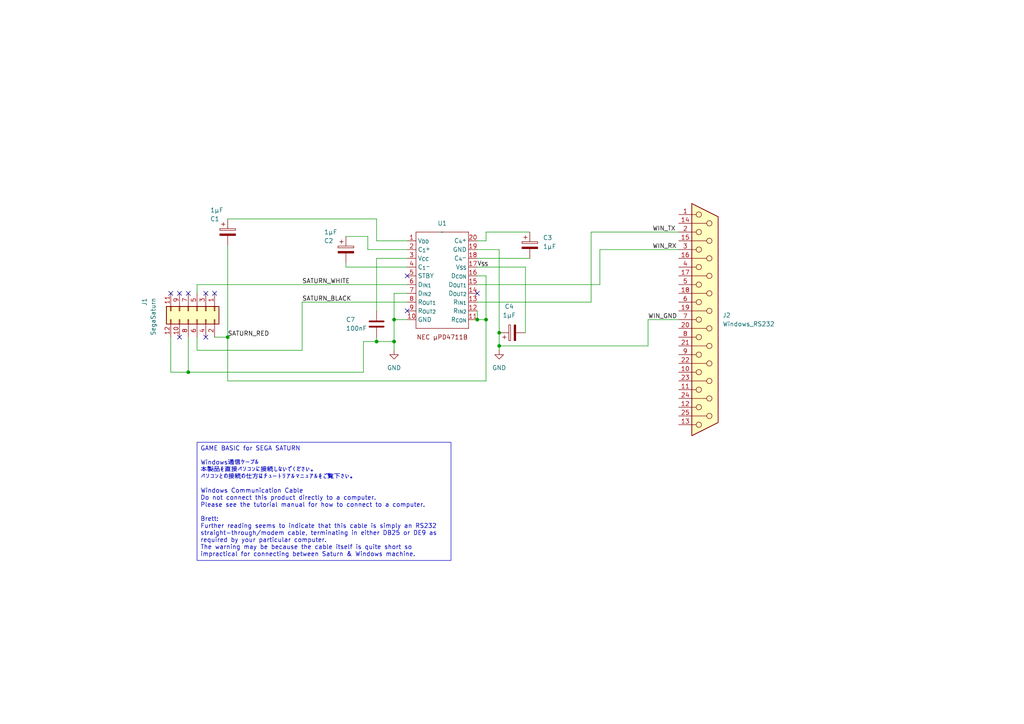
<source format=kicad_sch>
(kicad_sch (version 20250114) (generator "eeschema") (generator_version "9.0")
  (paper "A4")
  (title_block (title "Windows Communication Cable") (date "2023-10-01") (company "ASCII Corp.") (comment 3 "youtube.com/@brfff") (comment 4 "Drawn by Brett Hallen, Oct 2023"))
  (lib_symbols
    (symbol "Connector:DB25_Receptacle" (pin_names (offset 1.016) (hide yes))
      (property "Reference" "J" (at 0 34.29 0))
      (property "Value" "DB25_Receptacle" (at 0 -34.925 0))
      (symbol "DB25_Receptacle_0_1"
        (polyline (pts (xy -3.81 33.655) (xy 3.81 29.845) (xy 3.81 -29.845) (xy -3.81 -33.655) (xy -3.81 33.655)) (stroke (width 0.254)) (fill (type background)))
        (polyline (pts (xy -3.81 30.48) (xy -2.54 30.48)))
        (polyline (pts (xy -3.81 27.94) (xy 0.508 27.94)))
        (polyline (pts (xy -3.81 25.4) (xy -2.54 25.4)))
        (polyline (pts (xy -3.81 22.86) (xy 0.508 22.86)))
        (polyline (pts (xy -3.81 20.32) (xy -2.54 20.32)))
        (polyline (pts (xy -3.81 17.78) (xy 0.508 17.78)))
        (polyline (pts (xy -3.81 15.24) (xy -2.54 15.24)))
        (polyline (pts (xy -3.81 12.7) (xy 0.508 12.7)))
        (polyline (pts (xy -3.81 10.16) (xy -2.54 10.16)))
        (polyline (pts (xy -3.81 7.62) (xy 0.508 7.62)))
        (polyline (pts (xy -3.81 5.08) (xy -2.54 5.08)))
        (polyline (pts (xy -3.81 2.54) (xy 0.508 2.54)))
        (polyline (pts (xy -3.81 0) (xy -2.54 0)))
        (polyline (pts (xy -3.81 -2.54) (xy 0.508 -2.54)))
        (polyline (pts (xy -3.81 -5.08) (xy -2.54 -5.08)))
        (polyline (pts (xy -3.81 -7.62) (xy 0.508 -7.62)))
        (polyline (pts (xy -3.81 -10.16) (xy -2.54 -10.16)))
        (polyline (pts (xy -3.81 -12.7) (xy 0.508 -12.7)))
        (polyline (pts (xy -3.81 -15.24) (xy -2.54 -15.24)))
        (polyline (pts (xy -3.81 -17.78) (xy 0.508 -17.78)))
        (polyline (pts (xy -3.81 -20.32) (xy -2.54 -20.32)))
        (polyline (pts (xy -3.81 -22.86) (xy 0.508 -22.86)))
        (polyline (pts (xy -3.81 -25.4) (xy -2.54 -25.4)))
        (polyline (pts (xy -3.81 -27.94) (xy 0.508 -27.94)))
        (polyline (pts (xy -3.81 -30.48) (xy -2.54 -30.48)))
        (circle (center -1.778 30.48) (radius 0.762))
        (circle (center -1.778 25.4) (radius 0.762))
        (circle (center -1.778 20.32) (radius 0.762))
        (circle (center -1.778 15.24) (radius 0.762))
        (circle (center -1.778 10.16) (radius 0.762))
        (circle (center -1.778 5.08) (radius 0.762))
        (circle (center -1.778 0) (radius 0.762))
        (circle (center -1.778 -5.08) (radius 0.762))
        (circle (center -1.778 -10.16) (radius 0.762))
        (circle (center -1.778 -15.24) (radius 0.762))
        (circle (center -1.778 -20.32) (radius 0.762))
        (circle (center -1.778 -25.4) (radius 0.762))
        (circle (center -1.778 -30.48) (radius 0.762))
        (circle (center 1.27 27.94) (radius 0.762))
        (circle (center 1.27 22.86) (radius 0.762))
        (circle (center 1.27 17.78) (radius 0.762))
        (circle (center 1.27 12.7) (radius 0.762))
        (circle (center 1.27 7.62) (radius 0.762))
        (circle (center 1.27 2.54) (radius 0.762))
        (circle (center 1.27 -2.54) (radius 0.762))
        (circle (center 1.27 -7.62) (radius 0.762))
        (circle (center 1.27 -12.7) (radius 0.762))
        (circle (center 1.27 -17.78) (radius 0.762))
        (circle (center 1.27 -22.86) (radius 0.762))
        (circle (center 1.27 -27.94) (radius 0.762))
      )
      (symbol "DB25_Receptacle_1_1"
        (pin passive line (at -7.62 30.48 0) (length 3.81) (name "1") (number "1"))
        (pin passive line (at -7.62 27.94 0) (length 3.81) (name "P14") (number "14"))
        (pin passive line (at -7.62 25.4 0) (length 3.81) (name "2") (number "2"))
        (pin passive line (at -7.62 22.86 0) (length 3.81) (name "P15") (number "15"))
        (pin passive line (at -7.62 20.32 0) (length 3.81) (name "3") (number "3"))
        (pin passive line (at -7.62 17.78 0) (length 3.81) (name "P16") (number "16"))
        (pin passive line (at -7.62 15.24 0) (length 3.81) (name "4") (number "4"))
        (pin passive line (at -7.62 12.7 0) (length 3.81) (name "P17") (number "17"))
        (pin passive line (at -7.62 10.16 0) (length 3.81) (name "5") (number "5"))
        (pin passive line (at -7.62 7.62 0) (length 3.81) (name "P18") (number "18"))
        (pin passive line (at -7.62 5.08 0) (length 3.81) (name "6") (number "6"))
        (pin passive line (at -7.62 2.54 0) (length 3.81) (name "P19") (number "19"))
        (pin passive line (at -7.62 0 0) (length 3.81) (name "7") (number "7"))
        (pin passive line (at -7.62 -2.54 0) (length 3.81) (name "P20") (number "20"))
        (pin passive line (at -7.62 -5.08 0) (length 3.81) (name "8") (number "8"))
        (pin passive line (at -7.62 -7.62 0) (length 3.81) (name "P21") (number "21"))
        (pin passive line (at -7.62 -10.16 0) (length 3.81) (name "9") (number "9"))
        (pin passive line (at -7.62 -12.7 0) (length 3.81) (name "P22") (number "22"))
        (pin passive line (at -7.62 -15.24 0) (length 3.81) (name "10") (number "10"))
        (pin passive line (at -7.62 -17.78 0) (length 3.81) (name "P23") (number "23"))
        (pin passive line (at -7.62 -20.32 0) (length 3.81) (name "11") (number "11"))
        (pin passive line (at -7.62 -22.86 0) (length 3.81) (name "P24") (number "24"))
        (pin passive line (at -7.62 -25.4 0) (length 3.81) (name "12") (number "12"))
        (pin passive line (at -7.62 -27.94 0) (length 3.81) (name "P25") (number "25"))
        (pin passive line (at -7.62 -30.48 0) (length 3.81) (name "13") (number "13"))
      )
    )
    (symbol "Connector_Generic:Conn_02x06_Odd_Even" (pin_names (offset 1.016) (hide yes))
      (property "Reference" "J" (at 1.27 7.62 0))
      (property "Value" "Conn_02x06_Odd_Even" (at 1.27 -10.16 0))
      (symbol "Conn_02x06_Odd_Even_1_1"
        (rectangle (start -1.27 6.35) (end 3.81 -8.89) (stroke (width 0.254)) (fill (type background)))
        (rectangle (start -1.27 5.207) (end 0 4.953) (stroke (width 0.1524)))
        (rectangle (start -1.27 2.667) (end 0 2.413) (stroke (width 0.1524)))
        (rectangle (start -1.27 0.127) (end 0 -0.127) (stroke (width 0.1524)))
        (rectangle (start -1.27 -2.413) (end 0 -2.667) (stroke (width 0.1524)))
        (rectangle (start -1.27 -4.953) (end 0 -5.207) (stroke (width 0.1524)))
        (rectangle (start -1.27 -7.493) (end 0 -7.747) (stroke (width 0.1524)))
        (rectangle (start 3.81 5.207) (end 2.54 4.953) (stroke (width 0.1524)))
        (rectangle (start 3.81 2.667) (end 2.54 2.413) (stroke (width 0.1524)))
        (rectangle (start 3.81 0.127) (end 2.54 -0.127) (stroke (width 0.1524)))
        (rectangle (start 3.81 -2.413) (end 2.54 -2.667) (stroke (width 0.1524)))
        (rectangle (start 3.81 -4.953) (end 2.54 -5.207) (stroke (width 0.1524)))
        (rectangle (start 3.81 -7.493) (end 2.54 -7.747) (stroke (width 0.1524)))
        (pin passive line (at -5.08 5.08 0) (length 3.81) (name "Pin_1") (number "1"))
        (pin passive line (at -5.08 2.54 0) (length 3.81) (name "Pin_3") (number "3"))
        (pin passive line (at -5.08 0 0) (length 3.81) (name "Pin_5") (number "5"))
        (pin passive line (at -5.08 -2.54 0) (length 3.81) (name "Pin_7") (number "7"))
        (pin passive line (at -5.08 -5.08 0) (length 3.81) (name "Pin_9") (number "9"))
        (pin passive line (at -5.08 -7.62 0) (length 3.81) (name "Pin_11") (number "11"))
        (pin passive line (at 7.62 5.08 180) (length 3.81) (name "Pin_2") (number "2"))
        (pin passive line (at 7.62 2.54 180) (length 3.81) (name "Pin_4") (number "4"))
        (pin passive line (at 7.62 0 180) (length 3.81) (name "Pin_6") (number "6"))
        (pin passive line (at 7.62 -2.54 180) (length 3.81) (name "Pin_8") (number "8"))
        (pin passive line (at 7.62 -5.08 180) (length 3.81) (name "Pin_10") (number "10"))
        (pin passive line (at 7.62 -7.62 180) (length 3.81) (name "Pin_12") (number "12"))
      )
    )
    (symbol "Device:C" (pin_numbers (hide yes)) (pin_names (offset 0.254))
      (property "Reference" "C" (at 0.635 2.54 0))
      (property "Value" "C" (at 0.635 -2.54 0))
      (symbol "C_0_1"
        (polyline (pts (xy -2.032 0.762) (xy 2.032 0.762)) (stroke (width 0.508)))
        (polyline (pts (xy -2.032 -0.762) (xy 2.032 -0.762)) (stroke (width 0.508)))
      )
      (symbol "C_1_1"
        (pin passive line (at 0 3.81 270) (length 2.794) (name "~") (number "1"))
        (pin passive line (at 0 -3.81 90) (length 2.794) (name "~") (number "2"))
      )
    )
    (symbol "Device:C_Polarized" (pin_numbers (hide yes)) (pin_names (offset 0.254))
      (property "Reference" "C" (at 0.635 2.54 0))
      (property "Value" "C_Polarized" (at 0.635 -2.54 0))
      (symbol "C_Polarized_0_1"
        (rectangle (start -2.286 0.508) (end 2.286 1.016))
        (polyline (pts (xy -1.778 2.286) (xy -0.762 2.286)))
        (polyline (pts (xy -1.27 2.794) (xy -1.27 1.778)))
        (rectangle (start 2.286 -0.508) (end -2.286 -1.016) (fill (type outline)))
      )
      (symbol "C_Polarized_1_1"
        (pin passive line (at 0 3.81 270) (length 2.794) (name "~") (number "1"))
        (pin passive line (at 0 -3.81 90) (length 2.794) (name "~") (number "2"))
      )
    )
    (symbol "cluelessengineer:D4711BG"
      (property "Reference" "U" (at 0 15.24 0))
      (symbol "D4711BG_0_1"
        (rectangle (start -7.62 12.7) (end -7.62 -15.24))
        (rectangle (start -7.62 12.7) (end 7.62 12.7))
        (rectangle (start -7.62 -15.24) (end 7.62 -15.24))
        (rectangle (start 7.62 12.7) (end 7.62 12.7))
        (rectangle (start 7.62 12.7) (end 7.62 -15.24))
        (rectangle (start 7.62 -15.24) (end 7.62 -15.24))
      )
      (symbol "D4711BG_1_1"
        (text "NEC μPD4711B" (at 0 -17.78 0) (effects (font (size 1.27 1.27))))
        (pin power_out line (at -10.16 10.16 0) (length 2.54) (name "V_{DD}") (number "1"))
        (pin input line (at -10.16 7.62 0) (length 2.54) (name "C_{1}^{+}") (number "2"))
        (pin power_in line (at -10.16 5.08 0) (length 2.54) (name "V_{CC}") (number "3"))
        (pin input line (at -10.16 2.54 0) (length 2.54) (name "C_{1}^{-}") (number "4"))
        (pin input line (at -10.16 0 0) (length 2.54) (name "STBY") (number "5"))
        (pin input line (at -10.16 -2.54 0) (length 2.54) (name "D_{IN1}") (number "6"))
        (pin input line (at -10.16 -5.08 0) (length 2.54) (name "D_{IN2}") (number "7"))
        (pin output line (at -10.16 -7.62 0) (length 2.54) (name "R_{OUT1}") (number "8"))
        (pin output line (at -10.16 -10.16 0) (length 2.54) (name "R_{OUT2}") (number "9"))
        (pin power_in line (at -10.16 -12.7 0) (length 2.54) (name "GND") (number "10"))
        (pin input line (at 10.16 10.16 180) (length 2.54) (name "C_{4}^{+}") (number "20"))
        (pin power_in line (at 10.16 7.62 180) (length 2.54) (name "GND") (number "19"))
        (pin input line (at 10.16 5.08 180) (length 2.54) (name "C_{4}^{-}") (number "18"))
        (pin power_out line (at 10.16 2.54 180) (length 2.54) (name "V_{SS}") (number "17"))
        (pin input line (at 10.16 0 180) (length 2.54) (name "D_{CON}") (number "16"))
        (pin output line (at 10.16 -2.54 180) (length 2.54) (name "D_{OUT1}") (number "15"))
        (pin output line (at 10.16 -5.08 180) (length 2.54) (name "D_{OUT2}") (number "14"))
        (pin input line (at 10.16 -7.62 180) (length 2.54) (name "R_{IN1}") (number "13"))
        (pin input line (at 10.16 -10.16 180) (length 2.54) (name "R_{IN2}") (number "12"))
        (pin input line (at 10.16 -12.7 180) (length 2.54) (name "R_{CON}") (number "11"))
      )
    )
    (symbol "power:GND" (power) (pin_names (offset 0))
      (property "Value" "GND" (at 0 -3.81 0))
      (symbol "GND_0_1"
        (polyline (pts (xy 0 0) (xy 0 -1.27) (xy 1.27 -1.27) (xy 0 -2.54) (xy -1.27 -1.27) (xy 0 -1.27)))
      )
      (symbol "GND_1_1"
        (pin power_in line (at 0 0 270) (length 0) (hide yes) (name "GND") (number "1"))
      )
    )
  )
  (text_box "GAME BASIC for SEGA SATURN\n\nWindows通信ケーブル\n本製品を直接パソコンに接続しないでください。\nパソコンとの接続の仕方はチュートリアルマニュアルをご覧下さい。\n\nWindows Communication Cable\nDo not connect this product directly to a computer.\nPlease see the tutorial manual for how to connect to a computer.\n\nBrett: \nFurther reading seems to indicate that this cable is simply an RS232 straight-through/modem cable, terminating in either DB25 or DE9 as required by your particular computer.\nThe warning may be because the cable itself is quite short so impractical for connecting between Saturn & Windows machine." (at 57.15 128.27 0) (size 73.66 34.29) (margins 0.9525 0.9525 0.9525 0.9525) (effects (font (size 1.27 1.27)) (justify left top)))
  (junction (at 144.78 96.52))
  (junction (at 54.61 107.95))
  (junction (at 114.3 92.71))
  (junction (at 138.43 92.71))
  (junction (at 109.22 99.06))
  (junction (at 66.04 97.79))
  (junction (at 140.97 92.71))
  (junction (at 144.78 100.33))
  (junction (at 114.3 99.06))
  (no_connect (at 118.11 90.17))
  (no_connect (at 62.23 85.09))
  (no_connect (at 138.43 85.09))
  (no_connect (at 59.69 85.09))
  (no_connect (at 49.53 85.09))
  (no_connect (at 54.61 85.09))
  (no_connect (at 52.07 85.09))
  (no_connect (at 118.11 80.01))
  (no_connect (at 59.69 97.79))
  (no_connect (at 52.07 97.79))
  (wire (pts (xy 171.45 87.63) (xy 138.43 87.63)))
  (wire (pts (xy 109.22 74.93) (xy 118.11 74.93)))
  (wire (pts (xy 57.15 101.6) (xy 87.63 101.6)))
  (wire (pts (xy 109.22 63.5) (xy 66.04 63.5)))
  (wire (pts (xy 138.43 92.71) (xy 140.97 92.71)))
  (wire (pts (xy 66.04 110.49) (xy 66.04 97.79)))
  (wire (pts (xy 140.97 80.01) (xy 140.97 92.71)))
  (wire (pts (xy 49.53 97.79) (xy 49.53 107.95)))
  (wire (pts (xy 140.97 92.71) (xy 140.97 110.49)))
  (wire (pts (xy 138.43 82.55) (xy 173.99 82.55)))
  (wire (pts (xy 138.43 80.01) (xy 140.97 80.01)))
  (wire (pts (xy 57.15 97.79) (xy 57.15 101.6)))
  (wire (pts (xy 118.11 85.09) (xy 114.3 85.09)))
  (wire (pts (xy 144.78 100.33) (xy 144.78 101.6)))
  (wire (pts (xy 144.78 72.39) (xy 144.78 96.52)))
  (wire (pts (xy 100.33 77.47) (xy 100.33 76.2)))
  (wire (pts (xy 109.22 97.79) (xy 109.22 99.06)))
  (wire (pts (xy 114.3 92.71) (xy 118.11 92.71)))
  (wire (pts (xy 118.11 77.47) (xy 100.33 77.47)))
  (wire (pts (xy 57.15 82.55) (xy 118.11 82.55)))
  (wire (pts (xy 144.78 100.33) (xy 187.96 100.33)))
  (wire (pts (xy 171.45 67.31) (xy 171.45 87.63)))
  (wire (pts (xy 57.15 85.09) (xy 57.15 82.55)))
  (wire (pts (xy 66.04 97.79) (xy 66.04 71.12)))
  (wire (pts (xy 105.41 99.06) (xy 109.22 99.06)))
  (wire (pts (xy 138.43 74.93) (xy 153.67 74.93)))
  (wire (pts (xy 114.3 92.71) (xy 114.3 99.06)))
  (wire (pts (xy 140.97 67.31) (xy 153.67 67.31)))
  (wire (pts (xy 118.11 72.39) (xy 106.68 72.39)))
  (wire (pts (xy 54.61 97.79) (xy 54.61 107.95)))
  (wire (pts (xy 109.22 74.93) (xy 109.22 90.17)))
  (wire (pts (xy 140.97 67.31) (xy 140.97 69.85)))
  (wire (pts (xy 152.4 77.47) (xy 152.4 96.52)))
  (wire (pts (xy 187.96 92.71) (xy 196.85 92.71)))
  (wire (pts (xy 118.11 69.85) (xy 109.22 69.85)))
  (wire (pts (xy 138.43 69.85) (xy 140.97 69.85)))
  (wire (pts (xy 109.22 99.06) (xy 114.3 99.06)))
  (wire (pts (xy 144.78 72.39) (xy 138.43 72.39)))
  (wire (pts (xy 144.78 96.52) (xy 144.78 100.33)))
  (wire (pts (xy 106.68 68.58) (xy 100.33 68.58)))
  (wire (pts (xy 196.85 67.31) (xy 171.45 67.31)))
  (wire (pts (xy 105.41 107.95) (xy 105.41 99.06)))
  (wire (pts (xy 114.3 99.06) (xy 114.3 101.6)))
  (wire (pts (xy 196.85 72.39) (xy 173.99 72.39)))
  (wire (pts (xy 106.68 72.39) (xy 106.68 68.58)))
  (wire (pts (xy 138.43 90.17) (xy 138.43 92.71)))
  (wire (pts (xy 62.23 97.79) (xy 66.04 97.79)))
  (wire (pts (xy 152.4 77.47) (xy 138.43 77.47)))
  (wire (pts (xy 140.97 110.49) (xy 66.04 110.49)))
  (wire (pts (xy 109.22 69.85) (xy 109.22 63.5)))
  (wire (pts (xy 173.99 72.39) (xy 173.99 82.55)))
  (wire (pts (xy 54.61 107.95) (xy 105.41 107.95)))
  (wire (pts (xy 114.3 85.09) (xy 114.3 92.71)))
  (wire (pts (xy 87.63 87.63) (xy 118.11 87.63)))
  (wire (pts (xy 187.96 100.33) (xy 187.96 92.71)))
  (wire (pts (xy 49.53 107.95) (xy 54.61 107.95)))
  (wire (pts (xy 87.63 101.6) (xy 87.63 87.63)))
  (label "WIN_GND" (at 187.96 92.71 0))
  (label "WIN_TX" (at 189.23 67.31 0))
  (label "SATURN_WHITE" (at 87.63 82.55 0))
  (label "V_{SS}" (at 138.43 77.47 0))
  (label "SATURN_BLACK" (at 87.63 87.63 0))
  (label "SATURN_RED" (at 66.04 97.79 0))
  (label "WIN_RX" (at 189.23 72.39 0))
  (symbol (lib_id "Connector_Generic:Conn_02x06_Odd_Even") (at 57.15 90.17 270) (unit 1)
    (property "Reference" "J1" (at 41.91 86.36 0) (effects (justify left)))
    (property "Value" "SegaSaturn" (at 44.45 86.36 0) (effects (justify left)))
  )
  (symbol (lib_id "Connector:DB25_Receptacle") (at 204.47 92.71 0) (unit 1)
    (property "Reference" "J2" (at 209.55 91.44 0) (effects (justify left)))
    (property "Value" "Windows_RS232" (at 209.55 93.98 0) (effects (justify left)))
    (property "Datasheet" " ~" (effects (hide yes)))
  )
  (symbol (lib_id "cluelessengineer:D4711BG") (at 128.27 80.01 0) (unit 1)
    (property "Reference" "U1" (at 128.27 64.77 0))
    (property "Value" "~" (at 128.27 67.31 0))
  )
  (symbol (lib_id "Device:C_Polarized") (at 66.04 67.31 0) (unit 1)
    (property "Reference" "C1" (at 60.96 63.5 0) (effects (justify left)))
    (property "Value" "1µF" (at 60.96 60.96 0) (effects (justify left)))
  )
  (symbol (lib_id "Device:C_Polarized") (at 153.67 71.12 0) (unit 1)
    (property "Reference" "C3" (at 157.48 68.961 0) (effects (justify left)))
    (property "Value" "1µF" (at 157.48 71.501 0) (effects (justify left)))
  )
  (symbol (lib_id "power:GND") (at 144.78 101.6 0) (unit 1)
    (property "Reference" "#PWR02" (effects (hide yes)))
    (property "Value" "GND" (at 144.78 106.68 0))
  )
  (symbol (lib_id "Device:C_Polarized") (at 148.59 96.52 90) (unit 1)
    (property "Reference" "C4" (at 147.701 88.9 90))
    (property "Value" "1µF" (at 147.701 91.44 90))
  )
  (symbol (lib_id "Device:C") (at 109.22 93.98 180) (unit 1)
    (property "Reference" "C7" (at 100.33 92.71 0) (effects (justify right)))
    (property "Value" "100nF" (at 100.33 95.25 0) (effects (justify right)))
  )
  (symbol (lib_id "power:GND") (at 114.3 101.6 0) (unit 1)
    (property "Reference" "#PWR01" (effects (hide yes)))
    (property "Value" "GND" (at 114.3 106.68 0))
  )
  (symbol (lib_id "Device:C_Polarized") (at 100.33 72.39 0) (unit 1)
    (property "Reference" "C2" (at 93.98 69.85 0) (effects (justify left)))
    (property "Value" "1µF" (at 93.98 67.31 0) (effects (justify left)))
  )
)
</source>
